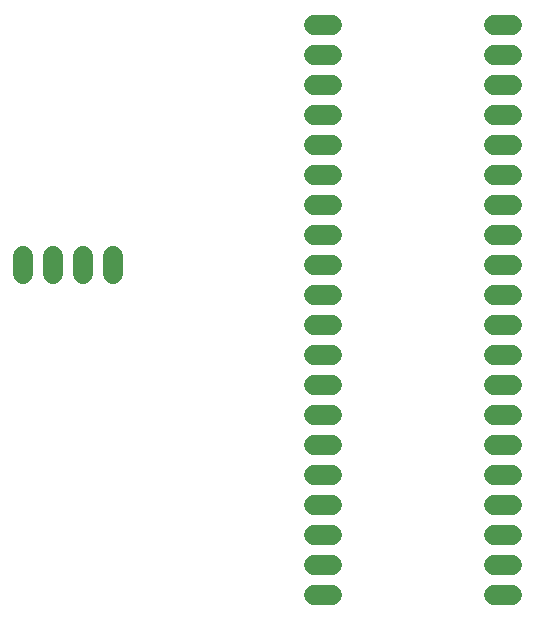
<source format=gbr>
G04 EAGLE Gerber RS-274X export*
G75*
%MOMM*%
%FSLAX34Y34*%
%LPD*%
%INSoldermask Bottom*%
%IPPOS*%
%AMOC8*
5,1,8,0,0,1.08239X$1,22.5*%
G01*
%ADD10C,1.727200*%


D10*
X33020Y25400D02*
X17780Y25400D01*
X17780Y50800D02*
X33020Y50800D01*
X33020Y76200D02*
X17780Y76200D01*
X17780Y101600D02*
X33020Y101600D01*
X33020Y127000D02*
X17780Y127000D01*
X17780Y152400D02*
X33020Y152400D01*
X33020Y177800D02*
X17780Y177800D01*
X17780Y203200D02*
X33020Y203200D01*
X33020Y228600D02*
X17780Y228600D01*
X17780Y254000D02*
X33020Y254000D01*
X33020Y279400D02*
X17780Y279400D01*
X17780Y304800D02*
X33020Y304800D01*
X33020Y330200D02*
X17780Y330200D01*
X17780Y355600D02*
X33020Y355600D01*
X33020Y381000D02*
X17780Y381000D01*
X17780Y406400D02*
X33020Y406400D01*
X33020Y431800D02*
X17780Y431800D01*
X17780Y457200D02*
X33020Y457200D01*
X33020Y482600D02*
X17780Y482600D01*
X17780Y508000D02*
X33020Y508000D01*
X170180Y25400D02*
X185420Y25400D01*
X185420Y50800D02*
X170180Y50800D01*
X170180Y76200D02*
X185420Y76200D01*
X185420Y101600D02*
X170180Y101600D01*
X170180Y127000D02*
X185420Y127000D01*
X185420Y152400D02*
X170180Y152400D01*
X170180Y177800D02*
X185420Y177800D01*
X185420Y203200D02*
X170180Y203200D01*
X170180Y228600D02*
X185420Y228600D01*
X185420Y254000D02*
X170180Y254000D01*
X170180Y279400D02*
X185420Y279400D01*
X185420Y304800D02*
X170180Y304800D01*
X170180Y330200D02*
X185420Y330200D01*
X185420Y355600D02*
X170180Y355600D01*
X170180Y381000D02*
X185420Y381000D01*
X185420Y406400D02*
X170180Y406400D01*
X170180Y431800D02*
X185420Y431800D01*
X185420Y457200D02*
X170180Y457200D01*
X170180Y482600D02*
X185420Y482600D01*
X185420Y508000D02*
X170180Y508000D01*
X-228600Y312420D02*
X-228600Y297180D01*
X-203200Y297180D02*
X-203200Y312420D01*
X-177800Y312420D02*
X-177800Y297180D01*
X-152400Y297180D02*
X-152400Y312420D01*
M02*

</source>
